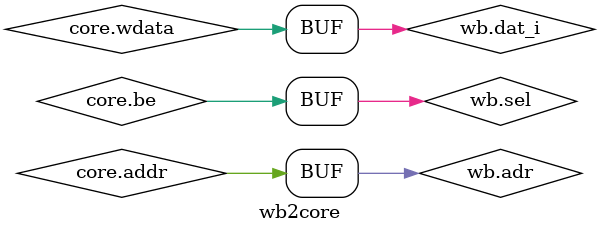
<source format=sv>
/* Wishbone to core memory interface converter */

module wb2core
  (
`ifndef FORMAL
   core_if.master core,
   wb_if.slave    wb
`else
   core_if        core,
   wb_if          wb
`endif
   );

   logic resp;

   assign
     core.req  = wb.cyc & wb.stb,
     core.we   = wb.we,
     core.addr = wb.adr,
     core.be   = wb.sel,
     wb.stall  = ~core.gnt,
     wb.ack    = resp & wb.cyc & core.rvalid & ~core.err,
     wb.err    = resp & wb.cyc & core.rvalid & core.err;

`ifdef NO_MODPORT_EXPRESSIONS
   assign
     core.wdata = wb.dat_m,
     wb.dat_s   = core.rdata;
`else
   assign
     core.wdata = wb.dat_i,
     wb.dat_o   = core.rdata;
`endif

   always_ff @(posedge wb.clk or posedge wb.rst)
     if (wb.rst)
       resp <= 1'b0;
     else
       resp <= wb.cyc & wb.stb & ~wb.stall;
endmodule

</source>
